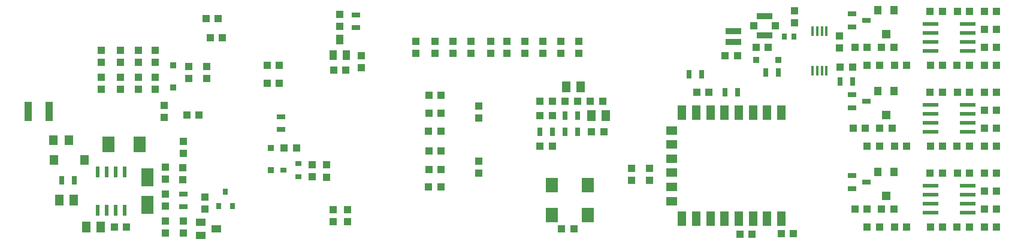
<source format=gbr>
G04 EAGLE Gerber RS-274X export*
G75*
%MOMM*%
%FSLAX34Y34*%
%LPD*%
%INSolderpaste Bottom*%
%IPPOS*%
%AMOC8*
5,1,8,0,0,1.08239X$1,22.5*%
G01*
%ADD10R,1.050000X1.080000*%
%ADD11R,1.300000X1.600000*%
%ADD12R,0.950000X0.900000*%
%ADD13R,1.270000X1.470000*%
%ADD14R,0.800000X1.200000*%
%ADD15R,1.200000X1.400000*%
%ADD16R,1.000000X2.800000*%
%ADD17R,1.000000X1.400000*%
%ADD18R,0.900000X0.800000*%
%ADD19R,1.000000X1.100000*%
%ADD20R,1.100000X1.000000*%
%ADD21R,1.200000X2.000000*%
%ADD22R,1.500000X1.200000*%
%ADD23R,1.800000X2.000000*%
%ADD24R,1.200000X0.800000*%
%ADD25R,1.270000X0.635000*%
%ADD26R,1.016000X1.270000*%
%ADD27R,1.270000X1.270000*%
%ADD28R,2.200000X0.600000*%
%ADD29R,0.558000X1.493000*%
%ADD30R,1.778000X2.209800*%
%ADD31R,1.651000X2.540000*%
%ADD32R,1.400000X1.000000*%
%ADD33R,0.800000X0.900000*%
%ADD34R,1.080000X1.050000*%
%ADD35R,0.354800X1.462000*%
%ADD36R,0.700000X0.900000*%
%ADD37R,2.200000X0.850000*%
%ADD38R,1.050000X1.000000*%
%ADD39R,0.900000X0.950000*%
%ADD40R,2.250000X0.850000*%


D10*
X801230Y203200D03*
X783730Y203200D03*
X873620Y160020D03*
X856120Y160020D03*
X872350Y203200D03*
X854850Y203200D03*
X801230Y182880D03*
X783730Y182880D03*
X783730Y139700D03*
X801230Y139700D03*
D11*
X876140Y182880D03*
X856140Y182880D03*
X820580Y223520D03*
X840580Y223520D03*
D10*
X814210Y22860D03*
X831710Y22860D03*
X626250Y161290D03*
X643750Y161290D03*
X626250Y82296D03*
X643750Y82296D03*
X422085Y137566D03*
X439585Y137566D03*
X1045350Y267970D03*
X1062850Y267970D03*
X819290Y203200D03*
X836790Y203200D03*
D12*
X265430Y254510D03*
X265430Y223010D03*
X402742Y137213D03*
X402742Y105713D03*
D13*
X96610Y120650D03*
X139610Y120650D03*
D14*
X801480Y160020D03*
X783480Y160020D03*
X994300Y241300D03*
X1012300Y241300D03*
X1120250Y243840D03*
X1102250Y243840D03*
D15*
X117680Y148590D03*
X95680Y148590D03*
D16*
X59930Y189230D03*
X89930Y189230D03*
D17*
X500380Y290400D03*
X490880Y268400D03*
X509880Y268400D03*
D18*
X441902Y115316D03*
X441902Y96316D03*
X420902Y105816D03*
D19*
X317890Y293370D03*
X334890Y293370D03*
D20*
X762000Y287900D03*
X762000Y270900D03*
X787400Y287900D03*
X787400Y270900D03*
X812800Y287900D03*
X812800Y270900D03*
D19*
X626500Y133350D03*
X643500Y133350D03*
D20*
X660400Y287900D03*
X660400Y270900D03*
X635000Y287900D03*
X635000Y270900D03*
X608330Y287900D03*
X608330Y270900D03*
X913130Y91830D03*
X913130Y108830D03*
D19*
X311540Y320040D03*
X328540Y320040D03*
D20*
X697230Y101990D03*
X697230Y118990D03*
X938530Y91830D03*
X938530Y108830D03*
X838200Y287900D03*
X838200Y270900D03*
X697230Y179460D03*
X697230Y196460D03*
X530860Y250580D03*
X530860Y267580D03*
D19*
X491880Y247650D03*
X508880Y247650D03*
D20*
X500380Y309000D03*
X500380Y326000D03*
D19*
X626500Y212090D03*
X643500Y212090D03*
D20*
X685800Y287900D03*
X685800Y270900D03*
X190500Y237100D03*
X190500Y220100D03*
X190500Y275200D03*
X190500Y258200D03*
X240030Y237100D03*
X240030Y220100D03*
X240030Y275200D03*
X240030Y258200D03*
X215900Y237100D03*
X215900Y220100D03*
X215900Y275200D03*
X215900Y258200D03*
X163830Y237100D03*
X163830Y220100D03*
X163830Y275200D03*
X163830Y258200D03*
X312420Y252340D03*
X312420Y235340D03*
X287020Y235340D03*
X287020Y252340D03*
D19*
X1124340Y16510D03*
X1141340Y16510D03*
X1082920Y15240D03*
X1065920Y15240D03*
X1004960Y215900D03*
X1021960Y215900D03*
D20*
X481736Y96148D03*
X481736Y113148D03*
X461162Y96402D03*
X461162Y113402D03*
D19*
X301870Y184150D03*
X284870Y184150D03*
D20*
X252730Y180730D03*
X252730Y197730D03*
D21*
X984320Y37160D03*
X1004320Y37160D03*
X1024320Y37160D03*
X1044320Y37160D03*
X1064320Y37160D03*
X1084320Y37160D03*
X1104320Y37160D03*
X1124320Y37160D03*
D22*
X969320Y62160D03*
X969320Y82160D03*
X969320Y102160D03*
X969320Y122160D03*
X969320Y142160D03*
X969320Y162160D03*
D21*
X984320Y187160D03*
X1004320Y187160D03*
X1024320Y187160D03*
X1044320Y187160D03*
X1064320Y187160D03*
X1084320Y187160D03*
X1104320Y187160D03*
X1124320Y187160D03*
D23*
X850900Y42545D03*
X800100Y42545D03*
X800100Y84545D03*
X850900Y84545D03*
D24*
X417830Y181720D03*
X417830Y163720D03*
X523240Y307230D03*
X523240Y325230D03*
D14*
X1045100Y215900D03*
X1063100Y215900D03*
D19*
X643500Y186690D03*
X626500Y186690D03*
X643500Y107188D03*
X626500Y107188D03*
D25*
X1224280Y308000D03*
X1224280Y327000D03*
X1244600Y317500D03*
D26*
X1261040Y331708D03*
X1284040Y331708D03*
D27*
X1272540Y298212D03*
D28*
X1387440Y299720D03*
X1335440Y299720D03*
X1387440Y312420D03*
X1387440Y287020D03*
X1387440Y274320D03*
X1335440Y312420D03*
X1335440Y287020D03*
X1335440Y274320D03*
D10*
X1352410Y330200D03*
X1334910Y330200D03*
D19*
X1411360Y330200D03*
X1428360Y330200D03*
X1411360Y254000D03*
X1428360Y254000D03*
X1411360Y304800D03*
X1428360Y304800D03*
X1428360Y279400D03*
X1411360Y279400D03*
X1373260Y330200D03*
X1390260Y330200D03*
D10*
X1373010Y254000D03*
X1390510Y254000D03*
D19*
X1335160Y254000D03*
X1352160Y254000D03*
X1284360Y254000D03*
X1301360Y254000D03*
D10*
X1246010Y254000D03*
X1263510Y254000D03*
X1266330Y279400D03*
X1283830Y279400D03*
D19*
X1228480Y279400D03*
X1245480Y279400D03*
D29*
X196850Y49177D03*
X184150Y49177D03*
X171450Y49177D03*
X158750Y49177D03*
X158750Y103223D03*
X171450Y103223D03*
X184150Y103223D03*
X196850Y103223D03*
D14*
X125840Y91440D03*
X107840Y91440D03*
D11*
X104300Y63500D03*
X124300Y63500D03*
D24*
X279400Y72500D03*
X279400Y54500D03*
D20*
X254000Y55000D03*
X254000Y72000D03*
X254000Y110100D03*
X254000Y93100D03*
D19*
X182000Y25400D03*
X199000Y25400D03*
D11*
X142400Y25400D03*
X162400Y25400D03*
D30*
X217590Y142240D03*
X173570Y142240D03*
D31*
X228600Y56614D03*
X228600Y95786D03*
D20*
X491287Y32800D03*
X491287Y49800D03*
X511200Y49953D03*
X511200Y32953D03*
D19*
X414900Y254000D03*
X397900Y254000D03*
X397900Y228600D03*
X414900Y228600D03*
D20*
X278790Y109694D03*
X278790Y92694D03*
X279298Y146981D03*
X279298Y129981D03*
X309880Y68190D03*
X309880Y51190D03*
X254000Y33900D03*
X254000Y16900D03*
X279400Y33900D03*
X279400Y16900D03*
D32*
X325960Y22860D03*
X303960Y32360D03*
X303960Y13360D03*
D33*
X348590Y54770D03*
X329590Y54770D03*
X339090Y75770D03*
D25*
X1224280Y193700D03*
X1224280Y212700D03*
X1244600Y203200D03*
D26*
X1261040Y217408D03*
X1284040Y217408D03*
D27*
X1272540Y183912D03*
D28*
X1387440Y185420D03*
X1335440Y185420D03*
X1387440Y198120D03*
X1387440Y172720D03*
X1387440Y160020D03*
X1335440Y198120D03*
X1335440Y172720D03*
X1335440Y160020D03*
D10*
X1352410Y215900D03*
X1334910Y215900D03*
D19*
X1411360Y215900D03*
X1428360Y215900D03*
X1411360Y139700D03*
X1428360Y139700D03*
X1411360Y190500D03*
X1428360Y190500D03*
X1428360Y165100D03*
X1411360Y165100D03*
X1373260Y215900D03*
X1390260Y215900D03*
D10*
X1373010Y139700D03*
X1390510Y139700D03*
D19*
X1335160Y139700D03*
X1352160Y139700D03*
X1284360Y139700D03*
X1301360Y139700D03*
D10*
X1246010Y139700D03*
X1263510Y139700D03*
X1263790Y165100D03*
X1281290Y165100D03*
D19*
X1225940Y165100D03*
X1242940Y165100D03*
D25*
X1224280Y79400D03*
X1224280Y98400D03*
X1244600Y88900D03*
D26*
X1261040Y103108D03*
X1284040Y103108D03*
D27*
X1272540Y69612D03*
D28*
X1387440Y71120D03*
X1335440Y71120D03*
X1387440Y83820D03*
X1387440Y58420D03*
X1387440Y45720D03*
X1335440Y83820D03*
X1335440Y58420D03*
X1335440Y45720D03*
D10*
X1352410Y101600D03*
X1334910Y101600D03*
D19*
X1411360Y101600D03*
X1428360Y101600D03*
X1411360Y25400D03*
X1428360Y25400D03*
X1411360Y76200D03*
X1428360Y76200D03*
X1428360Y50800D03*
X1411360Y50800D03*
X1373260Y101600D03*
X1390260Y101600D03*
D10*
X1373010Y25400D03*
X1390510Y25400D03*
D19*
X1335160Y25400D03*
X1352160Y25400D03*
X1284360Y25400D03*
X1301360Y25400D03*
D10*
X1246010Y25400D03*
X1263510Y25400D03*
X1266330Y50800D03*
X1283830Y50800D03*
D19*
X1228480Y50800D03*
X1245480Y50800D03*
D34*
X713740Y270650D03*
X713740Y288150D03*
X736600Y270650D03*
X736600Y288150D03*
D35*
X1188310Y246130D03*
X1181810Y246130D03*
X1175310Y246130D03*
X1168810Y246130D03*
X1168810Y302510D03*
X1175310Y302510D03*
X1181810Y302510D03*
X1188310Y302510D03*
D36*
X1128880Y294640D03*
X1141880Y294640D03*
D20*
X1143000Y314080D03*
X1143000Y331080D03*
D10*
X1225410Y251460D03*
X1207910Y251460D03*
D34*
X1206500Y295770D03*
X1206500Y278270D03*
D37*
X1101090Y296130D03*
X1101090Y323630D03*
D38*
X1116340Y309880D03*
X1085840Y309880D03*
D19*
X1088780Y279400D03*
X1105780Y279400D03*
D14*
X1225660Y231140D03*
X1207660Y231140D03*
D39*
X1089150Y261620D03*
X1120650Y261620D03*
D40*
X1057080Y287140D03*
X1057080Y302140D03*
D14*
X819040Y160020D03*
X837040Y160020D03*
X837040Y182880D03*
X819040Y182880D03*
M02*

</source>
